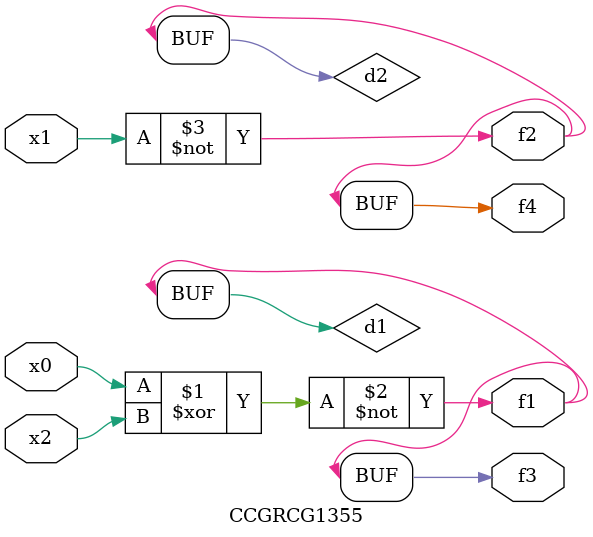
<source format=v>
module CCGRCG1355(
	input x0, x1, x2,
	output f1, f2, f3, f4
);

	wire d1, d2, d3;

	xnor (d1, x0, x2);
	nand (d2, x1);
	nor (d3, x1, x2);
	assign f1 = d1;
	assign f2 = d2;
	assign f3 = d1;
	assign f4 = d2;
endmodule

</source>
